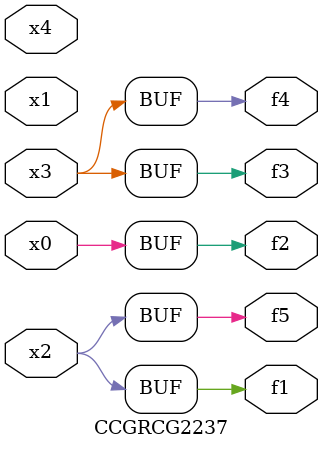
<source format=v>
module CCGRCG2237(
	input x0, x1, x2, x3, x4,
	output f1, f2, f3, f4, f5
);
	assign f1 = x2;
	assign f2 = x0;
	assign f3 = x3;
	assign f4 = x3;
	assign f5 = x2;
endmodule

</source>
